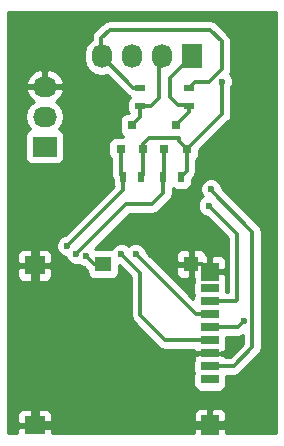
<source format=gbr>
G04 #@! TF.FileFunction,Copper,L2,Bot,Signal*
%FSLAX46Y46*%
G04 Gerber Fmt 4.6, Leading zero omitted, Abs format (unit mm)*
G04 Created by KiCad (PCBNEW 4.0.4+e1-6308~48~ubuntu16.04.1-stable) date Mon Nov 21 01:04:18 2016*
%MOMM*%
%LPD*%
G01*
G04 APERTURE LIST*
%ADD10C,0.100000*%
%ADD11R,1.727200X2.032000*%
%ADD12O,1.727200X2.032000*%
%ADD13R,0.800100X0.800100*%
%ADD14R,0.900000X0.500000*%
%ADD15R,0.500000X0.900000*%
%ADD16R,2.032000X1.727200*%
%ADD17O,2.032000X1.727200*%
%ADD18R,1.500000X0.800000*%
%ADD19R,1.700000X1.500000*%
%ADD20R,1.400000X1.290000*%
%ADD21R,1.300000X1.290000*%
%ADD22R,1.500000X1.700000*%
%ADD23R,1.500000X1.600000*%
%ADD24C,0.600000*%
%ADD25C,0.350000*%
%ADD26C,0.300000*%
%ADD27C,0.760000*%
%ADD28C,0.254000*%
G04 APERTURE END LIST*
D10*
D11*
X163150000Y-62450000D03*
D12*
X160610000Y-62450000D03*
X158070000Y-62450000D03*
X155530000Y-62450000D03*
D13*
X162750000Y-70300760D03*
X160850000Y-70300760D03*
X161800000Y-68301780D03*
X159050000Y-70300760D03*
X157150000Y-70300760D03*
X158100000Y-68301780D03*
D14*
X162900000Y-65150000D03*
X162900000Y-66650000D03*
X158800000Y-65150000D03*
X158800000Y-66650000D03*
D15*
X160750000Y-72700000D03*
X162250000Y-72700000D03*
X157350000Y-72700000D03*
X158850000Y-72700000D03*
D16*
X150700000Y-70100000D03*
D17*
X150700000Y-67560000D03*
X150700000Y-65020000D03*
D18*
X164700000Y-82100000D03*
X164700000Y-83200000D03*
X164700000Y-84300000D03*
X164700000Y-85400000D03*
X164700000Y-86500000D03*
X164700000Y-87600000D03*
X164700000Y-88700000D03*
X164700000Y-89800000D03*
D19*
X149850000Y-80150000D03*
D20*
X155650000Y-80045000D03*
D21*
X163100000Y-80045000D03*
D19*
X149850000Y-93700000D03*
D22*
X164700000Y-93700000D03*
D23*
X164700000Y-80700000D03*
D24*
X151000000Y-74900000D03*
X167400000Y-63400000D03*
X167600000Y-84900000D03*
X165700000Y-64600000D03*
X164600000Y-75100000D03*
X158400000Y-79200000D03*
X157200000Y-79200000D03*
X164800000Y-73700000D03*
X154200000Y-79400000D03*
X152600000Y-78500000D03*
X153400000Y-79200000D03*
D25*
X155530000Y-62450000D02*
X155500000Y-62420000D01*
X155500000Y-62420000D02*
X155500000Y-60900000D01*
X163450000Y-64600000D02*
X162900000Y-65150000D01*
X164600000Y-64600000D02*
X163450000Y-64600000D01*
X165700000Y-63500000D02*
X164600000Y-64600000D01*
X165700000Y-61200000D02*
X165700000Y-63500000D01*
X164700000Y-60200000D02*
X165700000Y-61200000D01*
X156200000Y-60200000D02*
X164700000Y-60200000D01*
X155500000Y-60900000D02*
X156200000Y-60200000D01*
D26*
X158800000Y-65150000D02*
X158750000Y-65100000D01*
X158750000Y-65100000D02*
X158180000Y-65100000D01*
X158180000Y-65100000D02*
X155530000Y-62450000D01*
D25*
X164700000Y-87600000D02*
X162300000Y-87600000D01*
X156300000Y-93600000D02*
X156300000Y-93700000D01*
X156200000Y-93700000D02*
X156300000Y-93600000D01*
X162300000Y-87600000D02*
X156200000Y-93700000D01*
D27*
X151000000Y-74900000D02*
X149850000Y-76050000D01*
X149850000Y-76050000D02*
X149850000Y-80150000D01*
X149850000Y-80150000D02*
X149850000Y-93700000D01*
X149850000Y-93700000D02*
X156300000Y-93700000D01*
X156300000Y-93700000D02*
X164700000Y-93700000D01*
D25*
X163100000Y-80045000D02*
X163100000Y-74000000D01*
X167400000Y-72100000D02*
X169400000Y-70100000D01*
X165000000Y-72100000D02*
X167400000Y-72100000D01*
X163100000Y-74000000D02*
X165000000Y-72100000D01*
D27*
X164700000Y-93700000D02*
X166000000Y-93700000D01*
X166000000Y-93700000D02*
X169400000Y-90300000D01*
X169400000Y-90300000D02*
X169400000Y-70100000D01*
X169400000Y-70100000D02*
X169400000Y-65400000D01*
X169400000Y-65400000D02*
X167400000Y-63400000D01*
D25*
X163100000Y-80045000D02*
X164045000Y-80045000D01*
X164045000Y-80045000D02*
X164700000Y-80700000D01*
D27*
X150420000Y-65300000D02*
X150700000Y-65020000D01*
D26*
X164700000Y-85400000D02*
X167100000Y-85400000D01*
X167100000Y-85400000D02*
X167600000Y-84900000D01*
D25*
X162750000Y-70300760D02*
X165700000Y-67350760D01*
X165700000Y-67350760D02*
X165700000Y-64600000D01*
X159050000Y-70300760D02*
X159000000Y-70250760D01*
X159000000Y-70250760D02*
X159000000Y-69900000D01*
X162100000Y-69650760D02*
X162750000Y-70300760D01*
X162100000Y-69400000D02*
X162100000Y-69650760D01*
X159500000Y-69400000D02*
X162100000Y-69400000D01*
X159000000Y-69900000D02*
X159500000Y-69400000D01*
D26*
X162250000Y-72700000D02*
X162750000Y-72200000D01*
X162750000Y-72200000D02*
X162750000Y-70300760D01*
X158850000Y-72700000D02*
X159050000Y-72500000D01*
X159050000Y-72500000D02*
X159050000Y-70300760D01*
X164700000Y-83200000D02*
X166900000Y-83200000D01*
X167000000Y-77500000D02*
X164600000Y-75100000D01*
X167000000Y-83100000D02*
X167000000Y-77500000D01*
X166900000Y-83200000D02*
X167000000Y-83100000D01*
X164700000Y-84300000D02*
X163500000Y-84300000D01*
X163500000Y-84300000D02*
X158400000Y-79200000D01*
X160900000Y-86500000D02*
X164700000Y-86500000D01*
X158800000Y-84400000D02*
X160900000Y-86500000D01*
X158800000Y-80800000D02*
X158800000Y-84400000D01*
X157200000Y-79200000D02*
X158800000Y-80800000D01*
X164700000Y-88700000D02*
X166700000Y-88700000D01*
X164800000Y-73800000D02*
X164800000Y-73700000D01*
X168300000Y-77300000D02*
X164800000Y-73800000D01*
X168300000Y-87100000D02*
X168300000Y-77300000D01*
X166700000Y-88700000D02*
X168300000Y-87100000D01*
X154845000Y-80045000D02*
X155650000Y-80045000D01*
X154200000Y-79400000D02*
X154845000Y-80045000D01*
X157350000Y-73750000D02*
X157350000Y-72700000D01*
X152600000Y-78500000D02*
X157350000Y-73750000D01*
X157350000Y-72700000D02*
X157150000Y-72500000D01*
X157150000Y-72500000D02*
X157150000Y-70300760D01*
X160750000Y-74050000D02*
X160750000Y-72700000D01*
X159800000Y-75000000D02*
X160750000Y-74050000D01*
X157600000Y-75000000D02*
X159800000Y-75000000D01*
X153400000Y-79200000D02*
X157600000Y-75000000D01*
X160750000Y-72700000D02*
X160850000Y-72600000D01*
X160850000Y-72600000D02*
X160850000Y-70300760D01*
D25*
X161800000Y-68301780D02*
X162900000Y-67201780D01*
X162900000Y-67201780D02*
X162900000Y-66650000D01*
D26*
X162900000Y-66650000D02*
X162850000Y-66600000D01*
X162850000Y-66600000D02*
X162000000Y-66600000D01*
X162000000Y-66600000D02*
X161300000Y-65900000D01*
X161300000Y-65900000D02*
X161300000Y-64300000D01*
X161300000Y-64300000D02*
X163150000Y-62450000D01*
X163400000Y-62700000D02*
X163150000Y-62450000D01*
X158100000Y-68301780D02*
X158800000Y-67601780D01*
X158800000Y-67601780D02*
X158800000Y-66650000D01*
X158800000Y-66650000D02*
X158850000Y-66700000D01*
X158850000Y-66700000D02*
X159700000Y-66700000D01*
X159700000Y-66700000D02*
X160400000Y-66000000D01*
X160400000Y-66000000D02*
X160400000Y-62660000D01*
X160400000Y-62660000D02*
X160610000Y-62450000D01*
D28*
G36*
X170290000Y-94373000D02*
X166085000Y-94373000D01*
X166085000Y-93985750D01*
X165926250Y-93827000D01*
X164827000Y-93827000D01*
X164827000Y-93847000D01*
X164573000Y-93847000D01*
X164573000Y-93827000D01*
X163473750Y-93827000D01*
X163315000Y-93985750D01*
X163315000Y-94373000D01*
X151335000Y-94373000D01*
X151335000Y-93985750D01*
X151176250Y-93827000D01*
X149977000Y-93827000D01*
X149977000Y-93847000D01*
X149723000Y-93847000D01*
X149723000Y-93827000D01*
X148523750Y-93827000D01*
X148365000Y-93985750D01*
X148365000Y-94373000D01*
X147627000Y-94373000D01*
X147627000Y-92823691D01*
X148365000Y-92823691D01*
X148365000Y-93414250D01*
X148523750Y-93573000D01*
X149723000Y-93573000D01*
X149723000Y-92473750D01*
X149977000Y-92473750D01*
X149977000Y-93573000D01*
X151176250Y-93573000D01*
X151335000Y-93414250D01*
X151335000Y-92823691D01*
X151293579Y-92723691D01*
X163315000Y-92723691D01*
X163315000Y-93414250D01*
X163473750Y-93573000D01*
X164573000Y-93573000D01*
X164573000Y-92373750D01*
X164827000Y-92373750D01*
X164827000Y-93573000D01*
X165926250Y-93573000D01*
X166085000Y-93414250D01*
X166085000Y-92723691D01*
X165988327Y-92490302D01*
X165809699Y-92311673D01*
X165576310Y-92215000D01*
X164985750Y-92215000D01*
X164827000Y-92373750D01*
X164573000Y-92373750D01*
X164414250Y-92215000D01*
X163823690Y-92215000D01*
X163590301Y-92311673D01*
X163411673Y-92490302D01*
X163315000Y-92723691D01*
X151293579Y-92723691D01*
X151238327Y-92590302D01*
X151059699Y-92411673D01*
X150826310Y-92315000D01*
X150135750Y-92315000D01*
X149977000Y-92473750D01*
X149723000Y-92473750D01*
X149564250Y-92315000D01*
X148873690Y-92315000D01*
X148640301Y-92411673D01*
X148461673Y-92590302D01*
X148365000Y-92823691D01*
X147627000Y-92823691D01*
X147627000Y-80435750D01*
X148365000Y-80435750D01*
X148365000Y-81026309D01*
X148461673Y-81259698D01*
X148640301Y-81438327D01*
X148873690Y-81535000D01*
X149564250Y-81535000D01*
X149723000Y-81376250D01*
X149723000Y-80277000D01*
X149977000Y-80277000D01*
X149977000Y-81376250D01*
X150135750Y-81535000D01*
X150826310Y-81535000D01*
X151059699Y-81438327D01*
X151238327Y-81259698D01*
X151335000Y-81026309D01*
X151335000Y-80435750D01*
X151176250Y-80277000D01*
X149977000Y-80277000D01*
X149723000Y-80277000D01*
X148523750Y-80277000D01*
X148365000Y-80435750D01*
X147627000Y-80435750D01*
X147627000Y-79273691D01*
X148365000Y-79273691D01*
X148365000Y-79864250D01*
X148523750Y-80023000D01*
X149723000Y-80023000D01*
X149723000Y-78923750D01*
X149977000Y-78923750D01*
X149977000Y-80023000D01*
X151176250Y-80023000D01*
X151335000Y-79864250D01*
X151335000Y-79273691D01*
X151238327Y-79040302D01*
X151059699Y-78861673D01*
X150826310Y-78765000D01*
X150135750Y-78765000D01*
X149977000Y-78923750D01*
X149723000Y-78923750D01*
X149564250Y-78765000D01*
X148873690Y-78765000D01*
X148640301Y-78861673D01*
X148461673Y-79040302D01*
X148365000Y-79273691D01*
X147627000Y-79273691D01*
X147627000Y-78685167D01*
X151664838Y-78685167D01*
X151806883Y-79028943D01*
X152069673Y-79292192D01*
X152413201Y-79434838D01*
X152485388Y-79434901D01*
X152606883Y-79728943D01*
X152869673Y-79992192D01*
X153213201Y-80134838D01*
X153585167Y-80135162D01*
X153604690Y-80127095D01*
X153669673Y-80192192D01*
X154013201Y-80334838D01*
X154024690Y-80334848D01*
X154289921Y-80600079D01*
X154302560Y-80608524D01*
X154302560Y-80690000D01*
X154346838Y-80925317D01*
X154485910Y-81141441D01*
X154698110Y-81286431D01*
X154950000Y-81337440D01*
X156350000Y-81337440D01*
X156585317Y-81293162D01*
X156801441Y-81154090D01*
X156946431Y-80941890D01*
X156997440Y-80690000D01*
X156997440Y-80128293D01*
X157013201Y-80134838D01*
X157024690Y-80134848D01*
X158015000Y-81125158D01*
X158015000Y-84400000D01*
X158074755Y-84700407D01*
X158244921Y-84955079D01*
X160344919Y-87055076D01*
X160344921Y-87055079D01*
X160599594Y-87225245D01*
X160900000Y-87285000D01*
X163315000Y-87285000D01*
X163315000Y-87314250D01*
X163473750Y-87473000D01*
X163663818Y-87473000D01*
X163698110Y-87496431D01*
X163950000Y-87547440D01*
X165450000Y-87547440D01*
X165685317Y-87503162D01*
X165732190Y-87473000D01*
X165926250Y-87473000D01*
X166085000Y-87314250D01*
X166085000Y-87073691D01*
X166069731Y-87036829D01*
X166097440Y-86900000D01*
X166097440Y-86185000D01*
X167100000Y-86185000D01*
X167400407Y-86125245D01*
X167515000Y-86048677D01*
X167515000Y-86774842D01*
X166374842Y-87915000D01*
X166085000Y-87915000D01*
X166085000Y-87885750D01*
X165926250Y-87727000D01*
X165736182Y-87727000D01*
X165701890Y-87703569D01*
X165450000Y-87652560D01*
X163950000Y-87652560D01*
X163714683Y-87696838D01*
X163667810Y-87727000D01*
X163473750Y-87727000D01*
X163315000Y-87885750D01*
X163315000Y-88126309D01*
X163330269Y-88163171D01*
X163302560Y-88300000D01*
X163302560Y-89100000D01*
X163331821Y-89255507D01*
X163302560Y-89400000D01*
X163302560Y-90200000D01*
X163346838Y-90435317D01*
X163485910Y-90651441D01*
X163698110Y-90796431D01*
X163950000Y-90847440D01*
X165450000Y-90847440D01*
X165685317Y-90803162D01*
X165901441Y-90664090D01*
X166046431Y-90451890D01*
X166097440Y-90200000D01*
X166097440Y-89485000D01*
X166700000Y-89485000D01*
X167000407Y-89425245D01*
X167255079Y-89255079D01*
X168855079Y-87655079D01*
X169025245Y-87400406D01*
X169085000Y-87100000D01*
X169085000Y-77300000D01*
X169025245Y-76999594D01*
X168855079Y-76744921D01*
X168855076Y-76744919D01*
X165735066Y-73624908D01*
X165735162Y-73514833D01*
X165593117Y-73171057D01*
X165330327Y-72907808D01*
X164986799Y-72765162D01*
X164614833Y-72764838D01*
X164271057Y-72906883D01*
X164007808Y-73169673D01*
X163865162Y-73513201D01*
X163864838Y-73885167D01*
X164006883Y-74228943D01*
X164080707Y-74302896D01*
X164071057Y-74306883D01*
X163807808Y-74569673D01*
X163665162Y-74913201D01*
X163664838Y-75285167D01*
X163806883Y-75628943D01*
X164069673Y-75892192D01*
X164413201Y-76034838D01*
X164424690Y-76034848D01*
X166215000Y-77825158D01*
X166215000Y-82415000D01*
X166097440Y-82415000D01*
X166097440Y-81700000D01*
X166084019Y-81628676D01*
X166085000Y-81626309D01*
X166085000Y-80985750D01*
X165926250Y-80827000D01*
X164827000Y-80827000D01*
X164827000Y-80847000D01*
X164573000Y-80847000D01*
X164573000Y-80827000D01*
X164553000Y-80827000D01*
X164553000Y-80573000D01*
X164573000Y-80573000D01*
X164573000Y-79423750D01*
X164827000Y-79423750D01*
X164827000Y-80573000D01*
X165926250Y-80573000D01*
X166085000Y-80414250D01*
X166085000Y-79773691D01*
X165988327Y-79540302D01*
X165809699Y-79361673D01*
X165576310Y-79265000D01*
X164985750Y-79265000D01*
X164827000Y-79423750D01*
X164573000Y-79423750D01*
X164414250Y-79265000D01*
X164381400Y-79265000D01*
X164288327Y-79040302D01*
X164109699Y-78861673D01*
X163876310Y-78765000D01*
X163385750Y-78765000D01*
X163227000Y-78923750D01*
X163227000Y-79918000D01*
X163247000Y-79918000D01*
X163247000Y-80172000D01*
X163227000Y-80172000D01*
X163227000Y-81166250D01*
X163315000Y-81254250D01*
X163315000Y-81626309D01*
X163316668Y-81630335D01*
X163302560Y-81700000D01*
X163302560Y-82500000D01*
X163331821Y-82655507D01*
X163302560Y-82800000D01*
X163302560Y-82992402D01*
X160640908Y-80330750D01*
X161815000Y-80330750D01*
X161815000Y-80816309D01*
X161911673Y-81049698D01*
X162090301Y-81228327D01*
X162323690Y-81325000D01*
X162814250Y-81325000D01*
X162973000Y-81166250D01*
X162973000Y-80172000D01*
X161973750Y-80172000D01*
X161815000Y-80330750D01*
X160640908Y-80330750D01*
X159583849Y-79273691D01*
X161815000Y-79273691D01*
X161815000Y-79759250D01*
X161973750Y-79918000D01*
X162973000Y-79918000D01*
X162973000Y-78923750D01*
X162814250Y-78765000D01*
X162323690Y-78765000D01*
X162090301Y-78861673D01*
X161911673Y-79040302D01*
X161815000Y-79273691D01*
X159583849Y-79273691D01*
X159335153Y-79024995D01*
X159335162Y-79014833D01*
X159193117Y-78671057D01*
X158930327Y-78407808D01*
X158586799Y-78265162D01*
X158214833Y-78264838D01*
X157871057Y-78406883D01*
X157800107Y-78477710D01*
X157730327Y-78407808D01*
X157386799Y-78265162D01*
X157014833Y-78264838D01*
X156671057Y-78406883D01*
X156407808Y-78669673D01*
X156371576Y-78756929D01*
X156350000Y-78752560D01*
X154957598Y-78752560D01*
X157925158Y-75785000D01*
X159800000Y-75785000D01*
X160100407Y-75725245D01*
X160355079Y-75555079D01*
X161305079Y-74605079D01*
X161475245Y-74350406D01*
X161535000Y-74050000D01*
X161535000Y-73600027D01*
X161535910Y-73601441D01*
X161748110Y-73746431D01*
X162000000Y-73797440D01*
X162500000Y-73797440D01*
X162735317Y-73753162D01*
X162951441Y-73614090D01*
X163096431Y-73401890D01*
X163147440Y-73150000D01*
X163147440Y-72912718D01*
X163305079Y-72755079D01*
X163475245Y-72500406D01*
X163535000Y-72200000D01*
X163535000Y-71207686D01*
X163601491Y-71164900D01*
X163746481Y-70952700D01*
X163797490Y-70700810D01*
X163797490Y-70398782D01*
X166272756Y-67923516D01*
X166287313Y-67901730D01*
X166448342Y-67660734D01*
X166510000Y-67350760D01*
X166510000Y-65087441D01*
X166634838Y-64786799D01*
X166635162Y-64414833D01*
X166493117Y-64071057D01*
X166361793Y-63939504D01*
X166378012Y-63915229D01*
X166448342Y-63809974D01*
X166510000Y-63500000D01*
X166510000Y-61200000D01*
X166489963Y-61099268D01*
X166448343Y-60890027D01*
X166272757Y-60627244D01*
X165272756Y-59627244D01*
X165009974Y-59451658D01*
X164700000Y-59390000D01*
X156200000Y-59390000D01*
X155890026Y-59451658D01*
X155758635Y-59539451D01*
X155627243Y-59627244D01*
X154927244Y-60327244D01*
X154751658Y-60590026D01*
X154690000Y-60900000D01*
X154690000Y-61058806D01*
X154470330Y-61205585D01*
X154145474Y-61691766D01*
X154031400Y-62265255D01*
X154031400Y-62634745D01*
X154145474Y-63208234D01*
X154470330Y-63694415D01*
X154956511Y-64019271D01*
X155530000Y-64133345D01*
X156008089Y-64038247D01*
X157624921Y-65655079D01*
X157861103Y-65812890D01*
X157885910Y-65851441D01*
X157955711Y-65899134D01*
X157898559Y-65935910D01*
X157753569Y-66148110D01*
X157702560Y-66400000D01*
X157702560Y-66900000D01*
X157746838Y-67135317D01*
X157823395Y-67254290D01*
X157699950Y-67254290D01*
X157464633Y-67298568D01*
X157248509Y-67437640D01*
X157103519Y-67649840D01*
X157052510Y-67901730D01*
X157052510Y-68701830D01*
X157096788Y-68937147D01*
X157235860Y-69153271D01*
X157382213Y-69253270D01*
X156749950Y-69253270D01*
X156514633Y-69297548D01*
X156298509Y-69436620D01*
X156153519Y-69648820D01*
X156102510Y-69900710D01*
X156102510Y-70700810D01*
X156146788Y-70936127D01*
X156285860Y-71152251D01*
X156365000Y-71206325D01*
X156365000Y-72500000D01*
X156424755Y-72800407D01*
X156452560Y-72842020D01*
X156452560Y-73150000D01*
X156496838Y-73385317D01*
X156539001Y-73450841D01*
X152424995Y-77564847D01*
X152414833Y-77564838D01*
X152071057Y-77706883D01*
X151807808Y-77969673D01*
X151665162Y-78313201D01*
X151664838Y-78685167D01*
X147627000Y-78685167D01*
X147627000Y-67560000D01*
X149016655Y-67560000D01*
X149130729Y-68133489D01*
X149455585Y-68619670D01*
X149469913Y-68629243D01*
X149448683Y-68633238D01*
X149232559Y-68772310D01*
X149087569Y-68984510D01*
X149036560Y-69236400D01*
X149036560Y-70963600D01*
X149080838Y-71198917D01*
X149219910Y-71415041D01*
X149432110Y-71560031D01*
X149684000Y-71611040D01*
X151716000Y-71611040D01*
X151951317Y-71566762D01*
X152167441Y-71427690D01*
X152312431Y-71215490D01*
X152363440Y-70963600D01*
X152363440Y-69236400D01*
X152319162Y-69001083D01*
X152180090Y-68784959D01*
X151967890Y-68639969D01*
X151926561Y-68631600D01*
X151944415Y-68619670D01*
X152269271Y-68133489D01*
X152383345Y-67560000D01*
X152269271Y-66986511D01*
X151944415Y-66500330D01*
X151634931Y-66293539D01*
X152050732Y-65922036D01*
X152304709Y-65394791D01*
X152307358Y-65379026D01*
X152186217Y-65147000D01*
X150827000Y-65147000D01*
X150827000Y-65167000D01*
X150573000Y-65167000D01*
X150573000Y-65147000D01*
X149213783Y-65147000D01*
X149092642Y-65379026D01*
X149095291Y-65394791D01*
X149349268Y-65922036D01*
X149765069Y-66293539D01*
X149455585Y-66500330D01*
X149130729Y-66986511D01*
X149016655Y-67560000D01*
X147627000Y-67560000D01*
X147627000Y-64660974D01*
X149092642Y-64660974D01*
X149213783Y-64893000D01*
X150573000Y-64893000D01*
X150573000Y-63679076D01*
X150827000Y-63679076D01*
X150827000Y-64893000D01*
X152186217Y-64893000D01*
X152307358Y-64660974D01*
X152304709Y-64645209D01*
X152050732Y-64117964D01*
X151614320Y-63728046D01*
X151061913Y-63534816D01*
X150827000Y-63679076D01*
X150573000Y-63679076D01*
X150338087Y-63534816D01*
X149785680Y-63728046D01*
X149349268Y-64117964D01*
X149095291Y-64645209D01*
X149092642Y-64660974D01*
X147627000Y-64660974D01*
X147627000Y-58710000D01*
X170290000Y-58710000D01*
X170290000Y-94373000D01*
X170290000Y-94373000D01*
G37*
X170290000Y-94373000D02*
X166085000Y-94373000D01*
X166085000Y-93985750D01*
X165926250Y-93827000D01*
X164827000Y-93827000D01*
X164827000Y-93847000D01*
X164573000Y-93847000D01*
X164573000Y-93827000D01*
X163473750Y-93827000D01*
X163315000Y-93985750D01*
X163315000Y-94373000D01*
X151335000Y-94373000D01*
X151335000Y-93985750D01*
X151176250Y-93827000D01*
X149977000Y-93827000D01*
X149977000Y-93847000D01*
X149723000Y-93847000D01*
X149723000Y-93827000D01*
X148523750Y-93827000D01*
X148365000Y-93985750D01*
X148365000Y-94373000D01*
X147627000Y-94373000D01*
X147627000Y-92823691D01*
X148365000Y-92823691D01*
X148365000Y-93414250D01*
X148523750Y-93573000D01*
X149723000Y-93573000D01*
X149723000Y-92473750D01*
X149977000Y-92473750D01*
X149977000Y-93573000D01*
X151176250Y-93573000D01*
X151335000Y-93414250D01*
X151335000Y-92823691D01*
X151293579Y-92723691D01*
X163315000Y-92723691D01*
X163315000Y-93414250D01*
X163473750Y-93573000D01*
X164573000Y-93573000D01*
X164573000Y-92373750D01*
X164827000Y-92373750D01*
X164827000Y-93573000D01*
X165926250Y-93573000D01*
X166085000Y-93414250D01*
X166085000Y-92723691D01*
X165988327Y-92490302D01*
X165809699Y-92311673D01*
X165576310Y-92215000D01*
X164985750Y-92215000D01*
X164827000Y-92373750D01*
X164573000Y-92373750D01*
X164414250Y-92215000D01*
X163823690Y-92215000D01*
X163590301Y-92311673D01*
X163411673Y-92490302D01*
X163315000Y-92723691D01*
X151293579Y-92723691D01*
X151238327Y-92590302D01*
X151059699Y-92411673D01*
X150826310Y-92315000D01*
X150135750Y-92315000D01*
X149977000Y-92473750D01*
X149723000Y-92473750D01*
X149564250Y-92315000D01*
X148873690Y-92315000D01*
X148640301Y-92411673D01*
X148461673Y-92590302D01*
X148365000Y-92823691D01*
X147627000Y-92823691D01*
X147627000Y-80435750D01*
X148365000Y-80435750D01*
X148365000Y-81026309D01*
X148461673Y-81259698D01*
X148640301Y-81438327D01*
X148873690Y-81535000D01*
X149564250Y-81535000D01*
X149723000Y-81376250D01*
X149723000Y-80277000D01*
X149977000Y-80277000D01*
X149977000Y-81376250D01*
X150135750Y-81535000D01*
X150826310Y-81535000D01*
X151059699Y-81438327D01*
X151238327Y-81259698D01*
X151335000Y-81026309D01*
X151335000Y-80435750D01*
X151176250Y-80277000D01*
X149977000Y-80277000D01*
X149723000Y-80277000D01*
X148523750Y-80277000D01*
X148365000Y-80435750D01*
X147627000Y-80435750D01*
X147627000Y-79273691D01*
X148365000Y-79273691D01*
X148365000Y-79864250D01*
X148523750Y-80023000D01*
X149723000Y-80023000D01*
X149723000Y-78923750D01*
X149977000Y-78923750D01*
X149977000Y-80023000D01*
X151176250Y-80023000D01*
X151335000Y-79864250D01*
X151335000Y-79273691D01*
X151238327Y-79040302D01*
X151059699Y-78861673D01*
X150826310Y-78765000D01*
X150135750Y-78765000D01*
X149977000Y-78923750D01*
X149723000Y-78923750D01*
X149564250Y-78765000D01*
X148873690Y-78765000D01*
X148640301Y-78861673D01*
X148461673Y-79040302D01*
X148365000Y-79273691D01*
X147627000Y-79273691D01*
X147627000Y-78685167D01*
X151664838Y-78685167D01*
X151806883Y-79028943D01*
X152069673Y-79292192D01*
X152413201Y-79434838D01*
X152485388Y-79434901D01*
X152606883Y-79728943D01*
X152869673Y-79992192D01*
X153213201Y-80134838D01*
X153585167Y-80135162D01*
X153604690Y-80127095D01*
X153669673Y-80192192D01*
X154013201Y-80334838D01*
X154024690Y-80334848D01*
X154289921Y-80600079D01*
X154302560Y-80608524D01*
X154302560Y-80690000D01*
X154346838Y-80925317D01*
X154485910Y-81141441D01*
X154698110Y-81286431D01*
X154950000Y-81337440D01*
X156350000Y-81337440D01*
X156585317Y-81293162D01*
X156801441Y-81154090D01*
X156946431Y-80941890D01*
X156997440Y-80690000D01*
X156997440Y-80128293D01*
X157013201Y-80134838D01*
X157024690Y-80134848D01*
X158015000Y-81125158D01*
X158015000Y-84400000D01*
X158074755Y-84700407D01*
X158244921Y-84955079D01*
X160344919Y-87055076D01*
X160344921Y-87055079D01*
X160599594Y-87225245D01*
X160900000Y-87285000D01*
X163315000Y-87285000D01*
X163315000Y-87314250D01*
X163473750Y-87473000D01*
X163663818Y-87473000D01*
X163698110Y-87496431D01*
X163950000Y-87547440D01*
X165450000Y-87547440D01*
X165685317Y-87503162D01*
X165732190Y-87473000D01*
X165926250Y-87473000D01*
X166085000Y-87314250D01*
X166085000Y-87073691D01*
X166069731Y-87036829D01*
X166097440Y-86900000D01*
X166097440Y-86185000D01*
X167100000Y-86185000D01*
X167400407Y-86125245D01*
X167515000Y-86048677D01*
X167515000Y-86774842D01*
X166374842Y-87915000D01*
X166085000Y-87915000D01*
X166085000Y-87885750D01*
X165926250Y-87727000D01*
X165736182Y-87727000D01*
X165701890Y-87703569D01*
X165450000Y-87652560D01*
X163950000Y-87652560D01*
X163714683Y-87696838D01*
X163667810Y-87727000D01*
X163473750Y-87727000D01*
X163315000Y-87885750D01*
X163315000Y-88126309D01*
X163330269Y-88163171D01*
X163302560Y-88300000D01*
X163302560Y-89100000D01*
X163331821Y-89255507D01*
X163302560Y-89400000D01*
X163302560Y-90200000D01*
X163346838Y-90435317D01*
X163485910Y-90651441D01*
X163698110Y-90796431D01*
X163950000Y-90847440D01*
X165450000Y-90847440D01*
X165685317Y-90803162D01*
X165901441Y-90664090D01*
X166046431Y-90451890D01*
X166097440Y-90200000D01*
X166097440Y-89485000D01*
X166700000Y-89485000D01*
X167000407Y-89425245D01*
X167255079Y-89255079D01*
X168855079Y-87655079D01*
X169025245Y-87400406D01*
X169085000Y-87100000D01*
X169085000Y-77300000D01*
X169025245Y-76999594D01*
X168855079Y-76744921D01*
X168855076Y-76744919D01*
X165735066Y-73624908D01*
X165735162Y-73514833D01*
X165593117Y-73171057D01*
X165330327Y-72907808D01*
X164986799Y-72765162D01*
X164614833Y-72764838D01*
X164271057Y-72906883D01*
X164007808Y-73169673D01*
X163865162Y-73513201D01*
X163864838Y-73885167D01*
X164006883Y-74228943D01*
X164080707Y-74302896D01*
X164071057Y-74306883D01*
X163807808Y-74569673D01*
X163665162Y-74913201D01*
X163664838Y-75285167D01*
X163806883Y-75628943D01*
X164069673Y-75892192D01*
X164413201Y-76034838D01*
X164424690Y-76034848D01*
X166215000Y-77825158D01*
X166215000Y-82415000D01*
X166097440Y-82415000D01*
X166097440Y-81700000D01*
X166084019Y-81628676D01*
X166085000Y-81626309D01*
X166085000Y-80985750D01*
X165926250Y-80827000D01*
X164827000Y-80827000D01*
X164827000Y-80847000D01*
X164573000Y-80847000D01*
X164573000Y-80827000D01*
X164553000Y-80827000D01*
X164553000Y-80573000D01*
X164573000Y-80573000D01*
X164573000Y-79423750D01*
X164827000Y-79423750D01*
X164827000Y-80573000D01*
X165926250Y-80573000D01*
X166085000Y-80414250D01*
X166085000Y-79773691D01*
X165988327Y-79540302D01*
X165809699Y-79361673D01*
X165576310Y-79265000D01*
X164985750Y-79265000D01*
X164827000Y-79423750D01*
X164573000Y-79423750D01*
X164414250Y-79265000D01*
X164381400Y-79265000D01*
X164288327Y-79040302D01*
X164109699Y-78861673D01*
X163876310Y-78765000D01*
X163385750Y-78765000D01*
X163227000Y-78923750D01*
X163227000Y-79918000D01*
X163247000Y-79918000D01*
X163247000Y-80172000D01*
X163227000Y-80172000D01*
X163227000Y-81166250D01*
X163315000Y-81254250D01*
X163315000Y-81626309D01*
X163316668Y-81630335D01*
X163302560Y-81700000D01*
X163302560Y-82500000D01*
X163331821Y-82655507D01*
X163302560Y-82800000D01*
X163302560Y-82992402D01*
X160640908Y-80330750D01*
X161815000Y-80330750D01*
X161815000Y-80816309D01*
X161911673Y-81049698D01*
X162090301Y-81228327D01*
X162323690Y-81325000D01*
X162814250Y-81325000D01*
X162973000Y-81166250D01*
X162973000Y-80172000D01*
X161973750Y-80172000D01*
X161815000Y-80330750D01*
X160640908Y-80330750D01*
X159583849Y-79273691D01*
X161815000Y-79273691D01*
X161815000Y-79759250D01*
X161973750Y-79918000D01*
X162973000Y-79918000D01*
X162973000Y-78923750D01*
X162814250Y-78765000D01*
X162323690Y-78765000D01*
X162090301Y-78861673D01*
X161911673Y-79040302D01*
X161815000Y-79273691D01*
X159583849Y-79273691D01*
X159335153Y-79024995D01*
X159335162Y-79014833D01*
X159193117Y-78671057D01*
X158930327Y-78407808D01*
X158586799Y-78265162D01*
X158214833Y-78264838D01*
X157871057Y-78406883D01*
X157800107Y-78477710D01*
X157730327Y-78407808D01*
X157386799Y-78265162D01*
X157014833Y-78264838D01*
X156671057Y-78406883D01*
X156407808Y-78669673D01*
X156371576Y-78756929D01*
X156350000Y-78752560D01*
X154957598Y-78752560D01*
X157925158Y-75785000D01*
X159800000Y-75785000D01*
X160100407Y-75725245D01*
X160355079Y-75555079D01*
X161305079Y-74605079D01*
X161475245Y-74350406D01*
X161535000Y-74050000D01*
X161535000Y-73600027D01*
X161535910Y-73601441D01*
X161748110Y-73746431D01*
X162000000Y-73797440D01*
X162500000Y-73797440D01*
X162735317Y-73753162D01*
X162951441Y-73614090D01*
X163096431Y-73401890D01*
X163147440Y-73150000D01*
X163147440Y-72912718D01*
X163305079Y-72755079D01*
X163475245Y-72500406D01*
X163535000Y-72200000D01*
X163535000Y-71207686D01*
X163601491Y-71164900D01*
X163746481Y-70952700D01*
X163797490Y-70700810D01*
X163797490Y-70398782D01*
X166272756Y-67923516D01*
X166287313Y-67901730D01*
X166448342Y-67660734D01*
X166510000Y-67350760D01*
X166510000Y-65087441D01*
X166634838Y-64786799D01*
X166635162Y-64414833D01*
X166493117Y-64071057D01*
X166361793Y-63939504D01*
X166378012Y-63915229D01*
X166448342Y-63809974D01*
X166510000Y-63500000D01*
X166510000Y-61200000D01*
X166489963Y-61099268D01*
X166448343Y-60890027D01*
X166272757Y-60627244D01*
X165272756Y-59627244D01*
X165009974Y-59451658D01*
X164700000Y-59390000D01*
X156200000Y-59390000D01*
X155890026Y-59451658D01*
X155758635Y-59539451D01*
X155627243Y-59627244D01*
X154927244Y-60327244D01*
X154751658Y-60590026D01*
X154690000Y-60900000D01*
X154690000Y-61058806D01*
X154470330Y-61205585D01*
X154145474Y-61691766D01*
X154031400Y-62265255D01*
X154031400Y-62634745D01*
X154145474Y-63208234D01*
X154470330Y-63694415D01*
X154956511Y-64019271D01*
X155530000Y-64133345D01*
X156008089Y-64038247D01*
X157624921Y-65655079D01*
X157861103Y-65812890D01*
X157885910Y-65851441D01*
X157955711Y-65899134D01*
X157898559Y-65935910D01*
X157753569Y-66148110D01*
X157702560Y-66400000D01*
X157702560Y-66900000D01*
X157746838Y-67135317D01*
X157823395Y-67254290D01*
X157699950Y-67254290D01*
X157464633Y-67298568D01*
X157248509Y-67437640D01*
X157103519Y-67649840D01*
X157052510Y-67901730D01*
X157052510Y-68701830D01*
X157096788Y-68937147D01*
X157235860Y-69153271D01*
X157382213Y-69253270D01*
X156749950Y-69253270D01*
X156514633Y-69297548D01*
X156298509Y-69436620D01*
X156153519Y-69648820D01*
X156102510Y-69900710D01*
X156102510Y-70700810D01*
X156146788Y-70936127D01*
X156285860Y-71152251D01*
X156365000Y-71206325D01*
X156365000Y-72500000D01*
X156424755Y-72800407D01*
X156452560Y-72842020D01*
X156452560Y-73150000D01*
X156496838Y-73385317D01*
X156539001Y-73450841D01*
X152424995Y-77564847D01*
X152414833Y-77564838D01*
X152071057Y-77706883D01*
X151807808Y-77969673D01*
X151665162Y-78313201D01*
X151664838Y-78685167D01*
X147627000Y-78685167D01*
X147627000Y-67560000D01*
X149016655Y-67560000D01*
X149130729Y-68133489D01*
X149455585Y-68619670D01*
X149469913Y-68629243D01*
X149448683Y-68633238D01*
X149232559Y-68772310D01*
X149087569Y-68984510D01*
X149036560Y-69236400D01*
X149036560Y-70963600D01*
X149080838Y-71198917D01*
X149219910Y-71415041D01*
X149432110Y-71560031D01*
X149684000Y-71611040D01*
X151716000Y-71611040D01*
X151951317Y-71566762D01*
X152167441Y-71427690D01*
X152312431Y-71215490D01*
X152363440Y-70963600D01*
X152363440Y-69236400D01*
X152319162Y-69001083D01*
X152180090Y-68784959D01*
X151967890Y-68639969D01*
X151926561Y-68631600D01*
X151944415Y-68619670D01*
X152269271Y-68133489D01*
X152383345Y-67560000D01*
X152269271Y-66986511D01*
X151944415Y-66500330D01*
X151634931Y-66293539D01*
X152050732Y-65922036D01*
X152304709Y-65394791D01*
X152307358Y-65379026D01*
X152186217Y-65147000D01*
X150827000Y-65147000D01*
X150827000Y-65167000D01*
X150573000Y-65167000D01*
X150573000Y-65147000D01*
X149213783Y-65147000D01*
X149092642Y-65379026D01*
X149095291Y-65394791D01*
X149349268Y-65922036D01*
X149765069Y-66293539D01*
X149455585Y-66500330D01*
X149130729Y-66986511D01*
X149016655Y-67560000D01*
X147627000Y-67560000D01*
X147627000Y-64660974D01*
X149092642Y-64660974D01*
X149213783Y-64893000D01*
X150573000Y-64893000D01*
X150573000Y-63679076D01*
X150827000Y-63679076D01*
X150827000Y-64893000D01*
X152186217Y-64893000D01*
X152307358Y-64660974D01*
X152304709Y-64645209D01*
X152050732Y-64117964D01*
X151614320Y-63728046D01*
X151061913Y-63534816D01*
X150827000Y-63679076D01*
X150573000Y-63679076D01*
X150338087Y-63534816D01*
X149785680Y-63728046D01*
X149349268Y-64117964D01*
X149095291Y-64645209D01*
X149092642Y-64660974D01*
X147627000Y-64660974D01*
X147627000Y-58710000D01*
X170290000Y-58710000D01*
X170290000Y-94373000D01*
G36*
X158197000Y-62323000D02*
X158217000Y-62323000D01*
X158217000Y-62577000D01*
X158197000Y-62577000D01*
X158197000Y-62597000D01*
X157943000Y-62597000D01*
X157943000Y-62577000D01*
X157923000Y-62577000D01*
X157923000Y-62323000D01*
X157943000Y-62323000D01*
X157943000Y-62303000D01*
X158197000Y-62303000D01*
X158197000Y-62323000D01*
X158197000Y-62323000D01*
G37*
X158197000Y-62323000D02*
X158217000Y-62323000D01*
X158217000Y-62577000D01*
X158197000Y-62577000D01*
X158197000Y-62597000D01*
X157943000Y-62597000D01*
X157943000Y-62577000D01*
X157923000Y-62577000D01*
X157923000Y-62323000D01*
X157943000Y-62323000D01*
X157943000Y-62303000D01*
X158197000Y-62303000D01*
X158197000Y-62323000D01*
M02*

</source>
